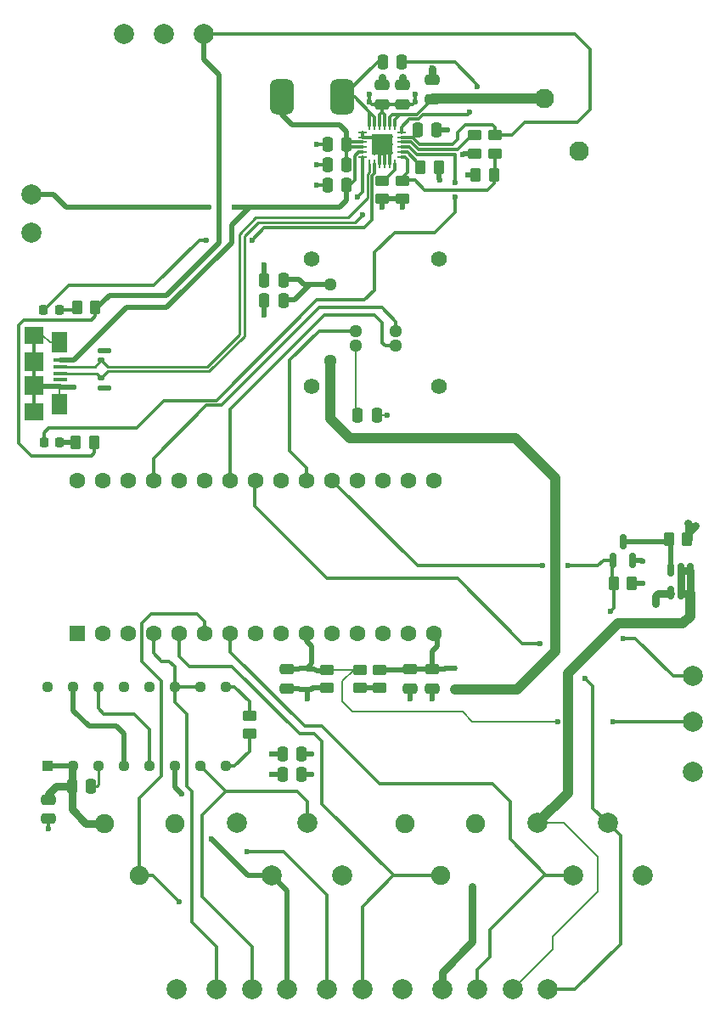
<source format=gbr>
%TF.GenerationSoftware,KiCad,Pcbnew,(6.0.5)*%
%TF.CreationDate,2023-05-26T17:46:03+02:00*%
%TF.ProjectId,EDUEXO-custom-PCB,45445545-584f-42d6-9375-73746f6d2d50,rev?*%
%TF.SameCoordinates,Original*%
%TF.FileFunction,Copper,L1,Top*%
%TF.FilePolarity,Positive*%
%FSLAX46Y46*%
G04 Gerber Fmt 4.6, Leading zero omitted, Abs format (unit mm)*
G04 Created by KiCad (PCBNEW (6.0.5)) date 2023-05-26 17:46:03*
%MOMM*%
%LPD*%
G01*
G04 APERTURE LIST*
G04 Aperture macros list*
%AMRoundRect*
0 Rectangle with rounded corners*
0 $1 Rounding radius*
0 $2 $3 $4 $5 $6 $7 $8 $9 X,Y pos of 4 corners*
0 Add a 4 corners polygon primitive as box body*
4,1,4,$2,$3,$4,$5,$6,$7,$8,$9,$2,$3,0*
0 Add four circle primitives for the rounded corners*
1,1,$1+$1,$2,$3*
1,1,$1+$1,$4,$5*
1,1,$1+$1,$6,$7*
1,1,$1+$1,$8,$9*
0 Add four rect primitives between the rounded corners*
20,1,$1+$1,$2,$3,$4,$5,0*
20,1,$1+$1,$4,$5,$6,$7,0*
20,1,$1+$1,$6,$7,$8,$9,0*
20,1,$1+$1,$8,$9,$2,$3,0*%
G04 Aperture macros list end*
%TA.AperFunction,ComponentPad*%
%ADD10R,1.130000X1.130000*%
%TD*%
%TA.AperFunction,ComponentPad*%
%ADD11C,1.130000*%
%TD*%
%TA.AperFunction,ComponentPad*%
%ADD12C,2.000000*%
%TD*%
%TA.AperFunction,SMDPad,CuDef*%
%ADD13RoundRect,0.250000X0.250000X0.475000X-0.250000X0.475000X-0.250000X-0.475000X0.250000X-0.475000X0*%
%TD*%
%TA.AperFunction,SMDPad,CuDef*%
%ADD14RoundRect,0.250000X-0.475000X0.250000X-0.475000X-0.250000X0.475000X-0.250000X0.475000X0.250000X0*%
%TD*%
%TA.AperFunction,SMDPad,CuDef*%
%ADD15RoundRect,0.250000X0.262500X0.450000X-0.262500X0.450000X-0.262500X-0.450000X0.262500X-0.450000X0*%
%TD*%
%TA.AperFunction,SMDPad,CuDef*%
%ADD16RoundRect,0.250000X0.475000X-0.250000X0.475000X0.250000X-0.475000X0.250000X-0.475000X-0.250000X0*%
%TD*%
%TA.AperFunction,SMDPad,CuDef*%
%ADD17RoundRect,0.250000X0.450000X-0.262500X0.450000X0.262500X-0.450000X0.262500X-0.450000X-0.262500X0*%
%TD*%
%TA.AperFunction,SMDPad,CuDef*%
%ADD18RoundRect,0.147500X-0.172500X0.147500X-0.172500X-0.147500X0.172500X-0.147500X0.172500X0.147500X0*%
%TD*%
%TA.AperFunction,SMDPad,CuDef*%
%ADD19R,0.450000X0.600000*%
%TD*%
%TA.AperFunction,SMDPad,CuDef*%
%ADD20RoundRect,0.250000X-0.250000X-0.475000X0.250000X-0.475000X0.250000X0.475000X-0.250000X0.475000X0*%
%TD*%
%TA.AperFunction,ComponentPad*%
%ADD21R,1.600000X1.600000*%
%TD*%
%TA.AperFunction,ComponentPad*%
%ADD22C,1.600000*%
%TD*%
%TA.AperFunction,ComponentPad*%
%ADD23C,1.900000*%
%TD*%
%TA.AperFunction,SMDPad,CuDef*%
%ADD24RoundRect,0.250000X-0.262500X-0.450000X0.262500X-0.450000X0.262500X0.450000X-0.262500X0.450000X0*%
%TD*%
%TA.AperFunction,SMDPad,CuDef*%
%ADD25RoundRect,0.062500X0.062500X-0.375000X0.062500X0.375000X-0.062500X0.375000X-0.062500X-0.375000X0*%
%TD*%
%TA.AperFunction,SMDPad,CuDef*%
%ADD26RoundRect,0.062500X0.375000X-0.062500X0.375000X0.062500X-0.375000X0.062500X-0.375000X-0.062500X0*%
%TD*%
%TA.AperFunction,ComponentPad*%
%ADD27C,0.500000*%
%TD*%
%TA.AperFunction,SMDPad,CuDef*%
%ADD28R,2.100000X2.100000*%
%TD*%
%TA.AperFunction,ComponentPad*%
%ADD29C,1.950000*%
%TD*%
%TA.AperFunction,SMDPad,CuDef*%
%ADD30RoundRect,0.250000X-0.450000X0.262500X-0.450000X-0.262500X0.450000X-0.262500X0.450000X0.262500X0*%
%TD*%
%TA.AperFunction,SMDPad,CuDef*%
%ADD31RoundRect,0.150000X-0.150000X0.512500X-0.150000X-0.512500X0.150000X-0.512500X0.150000X0.512500X0*%
%TD*%
%TA.AperFunction,SMDPad,CuDef*%
%ADD32RoundRect,0.218750X-0.218750X-0.256250X0.218750X-0.256250X0.218750X0.256250X-0.218750X0.256250X0*%
%TD*%
%TA.AperFunction,ComponentPad*%
%ADD33C,1.578074*%
%TD*%
%TA.AperFunction,ComponentPad*%
%ADD34C,1.280000*%
%TD*%
%TA.AperFunction,SMDPad,CuDef*%
%ADD35RoundRect,0.150000X0.150000X-0.587500X0.150000X0.587500X-0.150000X0.587500X-0.150000X-0.587500X0*%
%TD*%
%TA.AperFunction,SMDPad,CuDef*%
%ADD36RoundRect,0.147500X0.172500X-0.147500X0.172500X0.147500X-0.172500X0.147500X-0.172500X-0.147500X0*%
%TD*%
%TA.AperFunction,SMDPad,CuDef*%
%ADD37RoundRect,0.587500X-0.587500X-1.162500X0.587500X-1.162500X0.587500X1.162500X-0.587500X1.162500X0*%
%TD*%
%TA.AperFunction,SMDPad,CuDef*%
%ADD38R,1.350000X0.400000*%
%TD*%
%TA.AperFunction,SMDPad,CuDef*%
%ADD39R,1.600000X2.100000*%
%TD*%
%TA.AperFunction,SMDPad,CuDef*%
%ADD40R,1.900000X1.800000*%
%TD*%
%TA.AperFunction,SMDPad,CuDef*%
%ADD41R,1.900000X1.900000*%
%TD*%
%TA.AperFunction,ViaPad*%
%ADD42C,0.600000*%
%TD*%
%TA.AperFunction,Conductor*%
%ADD43C,0.500000*%
%TD*%
%TA.AperFunction,Conductor*%
%ADD44C,0.300000*%
%TD*%
%TA.AperFunction,Conductor*%
%ADD45C,0.250000*%
%TD*%
%TA.AperFunction,Conductor*%
%ADD46C,0.150000*%
%TD*%
%TA.AperFunction,Conductor*%
%ADD47C,0.750000*%
%TD*%
%TA.AperFunction,Conductor*%
%ADD48C,1.000000*%
%TD*%
%TA.AperFunction,Conductor*%
%ADD49C,0.261112*%
%TD*%
G04 APERTURE END LIST*
D10*
%TO.P,U1,1,V+*%
%TO.N,+3V3*%
X168610000Y-175470000D03*
D11*
%TO.P,U1,2,~{SLEEP}*%
X171150000Y-175470000D03*
%TO.P,U1,3,V-*%
%TO.N,Earth*%
X173690000Y-175470000D03*
%TO.P,U1,4,VREFOUT*%
%TO.N,+5V*%
X176230000Y-175470000D03*
%TO.P,U1,5,IAREF*%
%TO.N,Net-(U1-Pad14)*%
X178770000Y-175470000D03*
%TO.P,U1,6,V+IN*%
%TO.N,/SG0_SIGNAL0_V*%
X181310000Y-175470000D03*
%TO.P,U1,7,V-IN*%
%TO.N,/SG0_SIGNAL1_V*%
X183850000Y-175470000D03*
%TO.P,U1,8,RG*%
%TO.N,Net-(R1-Pad2)*%
X186390000Y-175470000D03*
%TO.P,U1,9,RG*%
%TO.N,Net-(R1-Pad1)*%
X186390000Y-167530000D03*
%TO.P,U1,10,VO*%
%TO.N,/INA125P AMPLIFIER/SG0_OUTPUT_V*%
X183850000Y-167530000D03*
%TO.P,U1,11,SENSE*%
X181310000Y-167530000D03*
%TO.P,U1,12,VREFCOM*%
%TO.N,Earth*%
X178770000Y-167530000D03*
%TO.P,U1,13,VREFBG*%
%TO.N,unconnected-(U1-Pad13)*%
X176230000Y-167530000D03*
%TO.P,U1,14,VREF2.5*%
%TO.N,Net-(U1-Pad14)*%
X173690000Y-167530000D03*
%TO.P,U1,15,VREF5*%
%TO.N,+5V*%
X171150000Y-167530000D03*
%TO.P,U1,16,VREF10*%
%TO.N,unconnected-(U1-Pad16)*%
X168610000Y-167530000D03*
%TD*%
D12*
%TO.P,GND3,1,1*%
%TO.N,Earth*%
X181500000Y-197750000D03*
%TD*%
D13*
%TO.P,C11,1*%
%TO.N,VDC*%
X192150000Y-129032000D03*
%TO.P,C11,2*%
%TO.N,Earth*%
X190250000Y-129032000D03*
%TD*%
D12*
%TO.P,POWER_SRV0,1,1*%
%TO.N,/SRV0_POWER*%
X215000000Y-197750000D03*
%TD*%
%TO.P,+5V0,1,1*%
%TO.N,+5V*%
X204000000Y-197750000D03*
%TD*%
%TO.P,VREGN0,1,1*%
%TO.N,VPP*%
X184250000Y-102500000D03*
%TD*%
D14*
%TO.P,C15,1*%
%TO.N,+3V3*%
X168750000Y-178800000D03*
%TO.P,C15,2*%
%TO.N,Earth*%
X168750000Y-180700000D03*
%TD*%
D12*
%TO.P,EMG0,1,1*%
%TO.N,/EMG0_V*%
X200000000Y-197750000D03*
%TD*%
%TO.P,J4,1,Pin_1*%
%TO.N,Earth*%
X228000000Y-186350000D03*
%TO.P,J4,2,Pin_2*%
%TO.N,/SRV0_ANGLE_V*%
X221000000Y-186350000D03*
%TO.P,J4,3,Pin_3*%
%TO.N,/SRV0_DRIVE_PWM*%
X224500000Y-181150000D03*
%TO.P,J4,4,Pin_4*%
%TO.N,/SRV0_POWER*%
X217500000Y-181150000D03*
%TD*%
D15*
%TO.P,R8,1*%
%TO.N,Earth*%
X207662500Y-115750000D03*
%TO.P,R8,2*%
%TO.N,Net-(R8-Pad2)*%
X205837500Y-115750000D03*
%TD*%
D16*
%TO.P,C7,1*%
%TO.N,VDC*%
X204000000Y-109450000D03*
%TO.P,C7,2*%
%TO.N,Earth*%
X204000000Y-107550000D03*
%TD*%
D17*
%TO.P,R2,1*%
%TO.N,Net-(R2-Pad1)*%
X199750000Y-167662500D03*
%TO.P,R2,2*%
%TO.N,/Nano 33 IOT /BAT_VALUE_V*%
X199750000Y-165837500D03*
%TD*%
D18*
%TO.P,D6,1,A1*%
%TO.N,Earth*%
X174000000Y-134015000D03*
%TO.P,D6,2,A2*%
%TO.N,/BQ25886 BATTERY MANAGMENT/D-*%
X174000000Y-134985000D03*
%TD*%
D19*
%TO.P,D4,1,K*%
%TO.N,/Nano 33 IOT /BAT_VALUE_V*%
X194500000Y-165700000D03*
%TO.P,D4,2,A*%
%TO.N,Earth*%
X194500000Y-167800000D03*
%TD*%
D20*
%TO.P,C4,1*%
%TO.N,Net-(C4-Pad1)*%
X202050000Y-105250000D03*
%TO.P,C4,2*%
%TO.N,Net-(C4-Pad2)*%
X203950000Y-105250000D03*
%TD*%
D12*
%TO.P,J3,1,Pin_1*%
%TO.N,+5V*%
X198000000Y-186350000D03*
%TO.P,J3,2,Pin_2*%
%TO.N,/SG0_SIGNAL0_V*%
X191000000Y-186350000D03*
%TO.P,J3,3,Pin_3*%
%TO.N,/SG0_SIGNAL1_V*%
X194500000Y-181150000D03*
%TO.P,J3,4,Pin_4*%
%TO.N,Earth*%
X187500000Y-181150000D03*
%TD*%
D21*
%TO.P,A1,1,D13*%
%TO.N,unconnected-(A1-Pad1)*%
X171604000Y-162230000D03*
D22*
%TO.P,A1,2,+3V3*%
%TO.N,+3V3*%
X174144000Y-162230000D03*
%TO.P,A1,3,AREF*%
%TO.N,unconnected-(A1-Pad3)*%
X176684000Y-162230000D03*
%TO.P,A1,4,A0/DAC0*%
%TO.N,/INA125P AMPLIFIER/SG0_OUTPUT_V*%
X179224000Y-162230000D03*
%TO.P,A1,5,A1*%
%TO.N,/EMG0_V*%
X181764000Y-162230000D03*
%TO.P,A1,6,A2*%
%TO.N,/EMG1_V*%
X184304000Y-162230000D03*
%TO.P,A1,7,A3*%
%TO.N,/SRV0_ANGLE_V*%
X186844000Y-162230000D03*
%TO.P,A1,8,A4/SDA*%
%TO.N,unconnected-(A1-Pad8)*%
X189384000Y-162230000D03*
%TO.P,A1,9,A5/SCL*%
%TO.N,unconnected-(A1-Pad9)*%
X191924000Y-162230000D03*
%TO.P,A1,10,A6*%
%TO.N,/Nano 33 IOT /BAT_VALUE_V*%
X194464000Y-162230000D03*
%TO.P,A1,11,A7*%
%TO.N,unconnected-(A1-Pad11)*%
X197004000Y-162230000D03*
%TO.P,A1,12,VUSB*%
%TO.N,unconnected-(A1-Pad12)*%
X199544000Y-162230000D03*
%TO.P,A1,13,RST*%
%TO.N,unconnected-(A1-Pad13)*%
X202084000Y-162230000D03*
%TO.P,A1,14,GND*%
%TO.N,Earth*%
X204624000Y-162230000D03*
%TO.P,A1,15,VIN*%
%TO.N,Net-(A1-Pad15)*%
X207164000Y-162230000D03*
%TO.P,A1,16,TX*%
%TO.N,unconnected-(A1-Pad16)*%
X207164000Y-146990000D03*
%TO.P,A1,17,RX*%
%TO.N,unconnected-(A1-Pad17)*%
X204624000Y-146990000D03*
%TO.P,A1,18,RST*%
%TO.N,unconnected-(A1-Pad18)*%
X202084000Y-146990000D03*
%TO.P,A1,19,GND*%
%TO.N,Earth*%
X199544000Y-146990000D03*
%TO.P,A1,20,D2*%
%TO.N,/Nano 33 IOT /SRV0_ARDu_CONTROL_V*%
X197004000Y-146990000D03*
%TO.P,A1,21,D3/PWM*%
%TO.N,/Nano 33 IOT /STATUS_LED_B*%
X194464000Y-146990000D03*
%TO.P,A1,22,D4*%
%TO.N,unconnected-(A1-Pad22)*%
X191924000Y-146990000D03*
%TO.P,A1,23,D5/PWM*%
%TO.N,/SRV0_DRIVE_PWM*%
X189384000Y-146990000D03*
%TO.P,A1,24,D6/PWM*%
%TO.N,/Nano 33 IOT /STATUS_LED_G*%
X186844000Y-146990000D03*
%TO.P,A1,25,D7*%
%TO.N,unconnected-(A1-Pad25)*%
X184304000Y-146990000D03*
%TO.P,A1,26,D8*%
%TO.N,unconnected-(A1-Pad26)*%
X181764000Y-146990000D03*
%TO.P,A1,27,D9/PWM*%
%TO.N,/Nano 33 IOT /STATUS_LED_R*%
X179224000Y-146990000D03*
%TO.P,A1,28,D10/PWM*%
%TO.N,unconnected-(A1-Pad28)*%
X176684000Y-146990000D03*
%TO.P,A1,29,D11/MOSI_*%
%TO.N,unconnected-(A1-Pad29)*%
X174144000Y-146990000D03*
%TO.P,A1,30,D12/MISO*%
%TO.N,unconnected-(A1-Pad30)*%
X171604000Y-146990000D03*
%TD*%
D23*
%TO.P,J1,1,Pin_1*%
%TO.N,+3V3*%
X204300000Y-181200000D03*
%TO.P,J1,2,Pin_2*%
%TO.N,/EMG0_V*%
X207800000Y-186400000D03*
%TO.P,J1,3,Pin_3*%
%TO.N,Earth*%
X211300000Y-181200000D03*
%TD*%
D17*
%TO.P,R9,1*%
%TO.N,Earth*%
X202000000Y-118912500D03*
%TO.P,R9,2*%
%TO.N,Net-(R9-Pad2)*%
X202000000Y-117087500D03*
%TD*%
D13*
%TO.P,C16,1*%
%TO.N,Net-(C16-Pad1)*%
X198450000Y-115500000D03*
%TO.P,C16,2*%
%TO.N,Earth*%
X196550000Y-115500000D03*
%TD*%
D16*
%TO.P,C6,1*%
%TO.N,/BAT0_INPUT*%
X207000000Y-108950000D03*
%TO.P,C6,2*%
%TO.N,Earth*%
X207000000Y-107050000D03*
%TD*%
D17*
%TO.P,R10,1*%
%TO.N,Earth*%
X211228000Y-114374500D03*
%TO.P,R10,2*%
%TO.N,Net-(R10-Pad2)*%
X211228000Y-112549500D03*
%TD*%
D24*
%TO.P,R14,1*%
%TO.N,Net-(D2-Pad2)*%
X171453500Y-143180000D03*
%TO.P,R14,2*%
%TO.N,VPP*%
X173278500Y-143180000D03*
%TD*%
D15*
%TO.P,R6,1*%
%TO.N,VDC*%
X232412500Y-152862500D03*
%TO.P,R6,2*%
%TO.N,Net-(Q1-Pad3)*%
X230587500Y-152862500D03*
%TD*%
D20*
%TO.P,C13,1*%
%TO.N,+5V*%
X192050000Y-174250000D03*
%TO.P,C13,2*%
%TO.N,Earth*%
X193950000Y-174250000D03*
%TD*%
D12*
%TO.P,DRIVE_PWM_SRV0,1,1*%
%TO.N,/SRV0_DRIVE_PWM*%
X218500000Y-197750000D03*
%TD*%
%TO.P,ARDu_CONTROL_SRV0,1,1*%
%TO.N,/Nano 33 IOT /SRV0_ARDu_CONTROL_V*%
X233000000Y-166500000D03*
%TD*%
%TO.P,SG0_SGN1,1,1*%
%TO.N,/SG0_SIGNAL1_V*%
X189000000Y-197750000D03*
%TD*%
D25*
%TO.P,U2,1,D-*%
%TO.N,/BQ25886 BATTERY MANAGMENT/D-*%
X200750000Y-115437500D03*
%TO.P,U2,2,STAT*%
%TO.N,Net-(D3-Pad1)*%
X201250000Y-115437500D03*
%TO.P,U2,3,CE*%
%TO.N,Earth*%
X201750000Y-115437500D03*
%TO.P,U2,4,GND*%
X202250000Y-115437500D03*
%TO.P,U2,5,OTG*%
X202750000Y-115437500D03*
%TO.P,U2,6,VSET*%
%TO.N,Net-(R9-Pad2)*%
X203250000Y-115437500D03*
D26*
%TO.P,U2,7,TS*%
%TO.N,Net-(R11-Pad2)*%
X203937500Y-114750000D03*
%TO.P,U2,8,ILIM*%
%TO.N,Net-(R8-Pad2)*%
X203937500Y-114250000D03*
%TO.P,U2,9,PG*%
%TO.N,Net-(D2-Pad1)*%
X203937500Y-113750000D03*
%TO.P,U2,10,ICHGSET*%
%TO.N,Net-(R10-Pad2)*%
X203937500Y-113250000D03*
%TO.P,U2,11,REGN*%
%TO.N,VPP*%
X203937500Y-112750000D03*
%TO.P,U2,12,BTST*%
%TO.N,Net-(C4-Pad2)*%
X203937500Y-112250000D03*
D25*
%TO.P,U2,13,BAT*%
%TO.N,/BAT0_INPUT*%
X203250000Y-111562500D03*
%TO.P,U2,14,BAT*%
X202750000Y-111562500D03*
%TO.P,U2,15,SYS*%
%TO.N,VDC*%
X202250000Y-111562500D03*
%TO.P,U2,16,SYS*%
X201750000Y-111562500D03*
%TO.P,U2,17,SW*%
%TO.N,Net-(C4-Pad1)*%
X201250000Y-111562500D03*
%TO.P,U2,18,SW*%
X200750000Y-111562500D03*
D26*
%TO.P,U2,19,GND*%
%TO.N,Earth*%
X200062500Y-112250000D03*
%TO.P,U2,20,GND*%
X200062500Y-112750000D03*
%TO.P,U2,21,PMID*%
%TO.N,Net-(C16-Pad1)*%
X200062500Y-113250000D03*
%TO.P,U2,22,PMID*%
X200062500Y-113750000D03*
%TO.P,U2,23,VBUS*%
%TO.N,VBUS*%
X200062500Y-114250000D03*
%TO.P,U2,24,D+*%
%TO.N,/BQ25886 BATTERY MANAGMENT/D+*%
X200062500Y-114750000D03*
D27*
%TO.P,U2,25,PAD*%
%TO.N,Earth*%
X202800000Y-112700000D03*
X202800000Y-114300000D03*
X202000000Y-112700000D03*
X202000000Y-113500000D03*
D28*
X202000000Y-113500000D03*
D27*
X202800000Y-113500000D03*
X201200000Y-112700000D03*
X201200000Y-113500000D03*
X202000000Y-114300000D03*
X201200000Y-114300000D03*
%TD*%
D12*
%TO.P,BAT_VALUE_0,1,1*%
%TO.N,/Nano 33 IOT /BAT_VALUE_V*%
X233000000Y-171000000D03*
%TD*%
D20*
%TO.P,C5,1*%
%TO.N,VPP*%
X205550000Y-112000000D03*
%TO.P,C5,2*%
%TO.N,Earth*%
X207450000Y-112000000D03*
%TD*%
D29*
%TO.P,J6,1,Pin_1*%
%TO.N,/BAT0_INPUT*%
X218124000Y-108920000D03*
%TO.P,J6,2,Pin_2*%
%TO.N,Earth*%
X221624000Y-114120000D03*
%TD*%
D12*
%TO.P,EMG1,1,1*%
%TO.N,/EMG1_V*%
X196500000Y-197750000D03*
%TD*%
D20*
%TO.P,C12,1*%
%TO.N,+5V*%
X192050000Y-176282000D03*
%TO.P,C12,2*%
%TO.N,Earth*%
X193950000Y-176282000D03*
%TD*%
D12*
%TO.P,VBUS0,1,1*%
%TO.N,VBUS*%
X167000000Y-118500000D03*
%TD*%
D14*
%TO.P,C2,1*%
%TO.N,/Nano 33 IOT /BAT_VALUE_V*%
X192500000Y-165800000D03*
%TO.P,C2,2*%
%TO.N,Earth*%
X192500000Y-167700000D03*
%TD*%
D12*
%TO.P,GND4,1,1*%
%TO.N,Earth*%
X167000000Y-122250000D03*
%TD*%
%TO.P,SG0_SGN0,1,1*%
%TO.N,/SG0_SIGNAL0_V*%
X192500000Y-197750000D03*
%TD*%
D13*
%TO.P,C1,1*%
%TO.N,VBUS*%
X198450000Y-117500000D03*
%TO.P,C1,2*%
%TO.N,Earth*%
X196550000Y-117500000D03*
%TD*%
D30*
%TO.P,R3,1*%
%TO.N,/Nano 33 IOT /BAT_VALUE_V*%
X196500000Y-165837500D03*
%TO.P,R3,2*%
%TO.N,Earth*%
X196500000Y-167662500D03*
%TD*%
D23*
%TO.P,J2,1,Pin_1*%
%TO.N,+3V3*%
X174300000Y-181200000D03*
%TO.P,J2,2,Pin_2*%
%TO.N,/EMG1_V*%
X177800000Y-186400000D03*
%TO.P,J2,3,Pin_3*%
%TO.N,Earth*%
X181300000Y-181200000D03*
%TD*%
D12*
%TO.P,GND1,1,1*%
%TO.N,Earth*%
X233000000Y-176000000D03*
%TD*%
D31*
%TO.P,Q2,1,D*%
%TO.N,/SRV0_POWER*%
X232700000Y-155862500D03*
%TO.P,Q2,2,D*%
X231750000Y-155862500D03*
%TO.P,Q2,3,G*%
%TO.N,Net-(Q1-Pad3)*%
X230800000Y-155862500D03*
%TO.P,Q2,4,S*%
%TO.N,VDC*%
X230800000Y-158137500D03*
%TO.P,Q2,5,D*%
%TO.N,/SRV0_POWER*%
X231750000Y-158137500D03*
%TO.P,Q2,6,D*%
X232700000Y-158137500D03*
%TD*%
D13*
%TO.P,C10,1*%
%TO.N,VDC*%
X192150000Y-127000000D03*
%TO.P,C10,2*%
%TO.N,Earth*%
X190250000Y-127000000D03*
%TD*%
D12*
%TO.P,VDC0,1,1*%
%TO.N,VDC*%
X180250000Y-102500000D03*
%TD*%
D32*
%TO.P,D3,1,K*%
%TO.N,Net-(D3-Pad1)*%
X168212500Y-130000000D03*
%TO.P,D3,2,A*%
%TO.N,Net-(D3-Pad2)*%
X169787500Y-130000000D03*
%TD*%
D33*
%TO.P,U3,*%
%TO.N,*%
X207700000Y-124904700D03*
X195000000Y-124904700D03*
X207700000Y-137604700D03*
X195000000Y-137604700D03*
D34*
%TO.P,U3,1,1*%
%TO.N,VDC*%
X196850000Y-127444700D03*
%TO.P,U3,2,2*%
%TO.N,Net-(D1-Pad2)*%
X196850000Y-135064700D03*
%TO.P,U3,3,R1*%
%TO.N,/Nano 33 IOT /STATUS_LED_R*%
X203350000Y-132054700D03*
%TO.P,U3,4,G1*%
%TO.N,/Nano 33 IOT /STATUS_LED_G*%
X203350000Y-133554700D03*
%TO.P,U3,5,B1*%
%TO.N,/Nano 33 IOT /STATUS_LED_B*%
X199350000Y-132054700D03*
%TO.P,U3,6,C1*%
%TO.N,+3V3*%
X199350000Y-133554700D03*
%TD*%
D24*
%TO.P,R7,1*%
%TO.N,/Nano 33 IOT /SRV0_ARDu_CONTROL_V*%
X225087500Y-157250000D03*
%TO.P,R7,2*%
%TO.N,Earth*%
X226912500Y-157250000D03*
%TD*%
D30*
%TO.P,R1,1*%
%TO.N,Net-(R1-Pad1)*%
X188750000Y-170425000D03*
%TO.P,R1,2*%
%TO.N,Net-(R1-Pad2)*%
X188750000Y-172250000D03*
%TD*%
D35*
%TO.P,Q1,1,G*%
%TO.N,/Nano 33 IOT /SRV0_ARDu_CONTROL_V*%
X225050000Y-154937500D03*
%TO.P,Q1,2,S*%
%TO.N,Earth*%
X226950000Y-154937500D03*
%TO.P,Q1,3,D*%
%TO.N,Net-(Q1-Pad3)*%
X226000000Y-153062500D03*
%TD*%
D14*
%TO.P,C18,1*%
%TO.N,Net-(A1-Pad15)*%
X207000000Y-165800000D03*
%TO.P,C18,2*%
%TO.N,Earth*%
X207000000Y-167700000D03*
%TD*%
D15*
%TO.P,TH1,1*%
%TO.N,Net-(R11-Pad2)*%
X213162500Y-116500000D03*
%TO.P,TH1,2*%
%TO.N,Earth*%
X211337500Y-116500000D03*
%TD*%
D20*
%TO.P,C9,1*%
%TO.N,+3V3*%
X199550000Y-140500000D03*
%TO.P,C9,2*%
%TO.N,Earth*%
X201450000Y-140500000D03*
%TD*%
D16*
%TO.P,C8,1*%
%TO.N,VDC*%
X202000000Y-109450000D03*
%TO.P,C8,2*%
%TO.N,Earth*%
X202000000Y-107550000D03*
%TD*%
D20*
%TO.P,C14,1*%
%TO.N,+3V3*%
X171050000Y-177500000D03*
%TO.P,C14,2*%
%TO.N,Earth*%
X172950000Y-177500000D03*
%TD*%
D36*
%TO.P,D5,1,A1*%
%TO.N,Earth*%
X174000000Y-137735000D03*
%TO.P,D5,2,A2*%
%TO.N,/BQ25886 BATTERY MANAGMENT/D+*%
X174000000Y-136765000D03*
%TD*%
D37*
%TO.P,L1,1,1*%
%TO.N,Net-(C4-Pad1)*%
X198025000Y-108750000D03*
%TO.P,L1,2,2*%
%TO.N,Net-(C16-Pad1)*%
X191975000Y-108750000D03*
%TD*%
D32*
%TO.P,D2,1,K*%
%TO.N,Net-(D2-Pad1)*%
X168276500Y-143180000D03*
%TO.P,D2,2,A*%
%TO.N,Net-(D2-Pad2)*%
X169851500Y-143180000D03*
%TD*%
D19*
%TO.P,D1,1,K*%
%TO.N,Net-(A1-Pad15)*%
X209250000Y-165700000D03*
%TO.P,D1,2,A*%
%TO.N,Net-(D1-Pad2)*%
X209250000Y-167800000D03*
%TD*%
D12*
%TO.P,OUTPUT_SG0,1,1*%
%TO.N,/INA125P AMPLIFIER/SG0_OUTPUT_V*%
X185500000Y-197750000D03*
%TD*%
%TO.P,+3V3,1,1*%
%TO.N,+3V3*%
X208000000Y-197750000D03*
%TD*%
%TO.P,GND2,1,1*%
%TO.N,Earth*%
X176250000Y-102500000D03*
%TD*%
D13*
%TO.P,C3,1*%
%TO.N,Net-(C16-Pad1)*%
X198450000Y-113500000D03*
%TO.P,C3,2*%
%TO.N,Earth*%
X196550000Y-113500000D03*
%TD*%
D14*
%TO.P,C17,1*%
%TO.N,Net-(A1-Pad15)*%
X204750000Y-165800000D03*
%TO.P,C17,2*%
%TO.N,Earth*%
X204750000Y-167700000D03*
%TD*%
D30*
%TO.P,R4,1*%
%TO.N,Net-(A1-Pad15)*%
X201750000Y-165837500D03*
%TO.P,R4,2*%
%TO.N,Net-(R2-Pad1)*%
X201750000Y-167662500D03*
%TD*%
%TO.P,R11,1*%
%TO.N,VPP*%
X213260000Y-112549500D03*
%TO.P,R11,2*%
%TO.N,Net-(R11-Pad2)*%
X213260000Y-114374500D03*
%TD*%
D38*
%TO.P,J5,1,VBUS*%
%TO.N,VBUS*%
X169925000Y-135000000D03*
%TO.P,J5,2,D-*%
%TO.N,/BQ25886 BATTERY MANAGMENT/D-*%
X169925000Y-135650000D03*
%TO.P,J5,3,D+*%
%TO.N,/BQ25886 BATTERY MANAGMENT/D+*%
X169925000Y-136300000D03*
%TO.P,J5,4,ID*%
%TO.N,unconnected-(J5-Pad4)*%
X169925000Y-136950000D03*
%TO.P,J5,5,GND*%
%TO.N,Earth*%
X169925000Y-137600000D03*
D39*
%TO.P,J5,S1,Shield*%
X169800000Y-133200000D03*
%TO.P,J5,S2,Shield*%
X169800000Y-139400000D03*
D40*
%TO.P,J5,S3,Shield*%
X167250000Y-132500000D03*
D41*
%TO.P,J5,S4,Shield*%
X167250000Y-135100000D03*
%TO.P,J5,S5,Shield*%
X167250000Y-137500000D03*
D40*
%TO.P,J5,S6,Shield*%
X167250000Y-140100000D03*
%TD*%
D24*
%TO.P,R13,1*%
%TO.N,Net-(D3-Pad2)*%
X171587500Y-129750000D03*
%TO.P,R13,2*%
%TO.N,VPP*%
X173412500Y-129750000D03*
%TD*%
D30*
%TO.P,R12,1*%
%TO.N,Net-(R11-Pad2)*%
X204000000Y-117087500D03*
%TO.P,R12,2*%
%TO.N,Earth*%
X204000000Y-118912500D03*
%TD*%
D12*
%TO.P,ANGLE_SRV0,1,1*%
%TO.N,/SRV0_ANGLE_V*%
X211500000Y-197750000D03*
%TD*%
D42*
%TO.N,Earth*%
X195500000Y-117500000D03*
X195500000Y-115500000D03*
X210500000Y-116500000D03*
X204000000Y-119750000D03*
X204750000Y-168750000D03*
X204000000Y-106750000D03*
X207750000Y-117000000D03*
X207000000Y-168750000D03*
X174750000Y-137750000D03*
X208500000Y-112000000D03*
X202000000Y-106750000D03*
X228000000Y-157250000D03*
X174750000Y-134015000D03*
X195000000Y-176250000D03*
X210000000Y-114500000D03*
X207000000Y-105849500D03*
X168750000Y-181750000D03*
X195000000Y-174250000D03*
X190250000Y-125500000D03*
X202000000Y-119750000D03*
X171250000Y-137652250D03*
X202500000Y-140500000D03*
X194500000Y-168750000D03*
X228000000Y-155000000D03*
X195500000Y-113500000D03*
X190250000Y-130500000D03*
%TO.N,+5V*%
X191000000Y-176250000D03*
X191000000Y-174250000D03*
%TO.N,+3V3*%
X211000000Y-187500000D03*
%TO.N,/EMG1_V*%
X188500000Y-184000000D03*
X181750000Y-189000000D03*
%TO.N,VDC*%
X232500000Y-151250000D03*
X205250000Y-109250000D03*
X200750000Y-108500000D03*
X205250000Y-108500000D03*
X229250000Y-159250000D03*
X233250000Y-151500000D03*
X229250000Y-158500000D03*
X200750000Y-109250000D03*
%TO.N,VBUS*%
X184750000Y-119750000D03*
X187250000Y-119750000D03*
%TO.N,/Nano 33 IOT /BAT_VALUE_V*%
X225000000Y-171000000D03*
X219500000Y-171000000D03*
%TO.N,/Nano 33 IOT /SRV0_ARDu_CONTROL_V*%
X220500000Y-155500000D03*
X226000000Y-162750000D03*
X224750000Y-160000000D03*
X218000000Y-155500000D03*
%TO.N,/SRV0_DRIVE_PWM*%
X222250000Y-166750000D03*
X217750000Y-163250000D03*
%TO.N,/SG0_SIGNAL0_V*%
X182000000Y-178250000D03*
X185000000Y-182750000D03*
%TO.N,/BQ25886 BATTERY MANAGMENT/D+*%
X199500000Y-118750000D03*
X200000000Y-120500000D03*
%TO.N,Net-(D2-Pad1)*%
X209250000Y-117250000D03*
X209250000Y-118750000D03*
%TO.N,Net-(C4-Pad2)*%
X210750000Y-110250000D03*
X211500000Y-107750000D03*
%TO.N,Net-(D3-Pad1)*%
X184500000Y-123000000D03*
X189000000Y-123000000D03*
%TD*%
D43*
%TO.N,Earth*%
X194968000Y-176282000D02*
X195000000Y-176250000D01*
X194500000Y-167800000D02*
X193800000Y-167800000D01*
X227937500Y-154937500D02*
X228000000Y-155000000D01*
X193700000Y-167700000D02*
X192500000Y-167700000D01*
D44*
X167250000Y-137500000D02*
X167250000Y-135100000D01*
D45*
X173500000Y-177500000D02*
X172950000Y-177500000D01*
X173690000Y-177310000D02*
X173500000Y-177500000D01*
D44*
X196550000Y-115500000D02*
X195500000Y-115500000D01*
D43*
X193950000Y-174250000D02*
X195000000Y-174250000D01*
D46*
X168152750Y-132500000D02*
X167250000Y-132500000D01*
D43*
X195087500Y-167662500D02*
X194950000Y-167800000D01*
X226912500Y-157250000D02*
X228000000Y-157250000D01*
X174735000Y-137735000D02*
X174750000Y-137750000D01*
D44*
X200062500Y-112250000D02*
X200062500Y-112750000D01*
X196550000Y-113500000D02*
X195500000Y-113500000D01*
D43*
X204000000Y-119750000D02*
X204000000Y-118912500D01*
D47*
X207000000Y-107050000D02*
X207000000Y-105924520D01*
D44*
X200062500Y-112750000D02*
X201150000Y-112750000D01*
D46*
X169800000Y-137725000D02*
X169925000Y-137600000D01*
D47*
X202000000Y-107550000D02*
X202000000Y-106750000D01*
D44*
X167250000Y-135100000D02*
X167250000Y-132500000D01*
D43*
X174000000Y-137735000D02*
X174735000Y-137735000D01*
X204000000Y-118912500D02*
X202000000Y-118912500D01*
X207000000Y-167700000D02*
X207000000Y-168750000D01*
D46*
X169800000Y-133200000D02*
X168852750Y-133200000D01*
D43*
X193950000Y-176282000D02*
X194968000Y-176282000D01*
D47*
X204000000Y-107550000D02*
X204000000Y-106750000D01*
D43*
X211228000Y-114374500D02*
X210125500Y-114374500D01*
X171250000Y-137652250D02*
X169977250Y-137652250D01*
D46*
X201450000Y-140500000D02*
X202500000Y-140500000D01*
D44*
X202750000Y-114350000D02*
X202800000Y-114300000D01*
D43*
X210125500Y-114374500D02*
X210000000Y-114500000D01*
X211337500Y-116500000D02*
X210500000Y-116500000D01*
D44*
X201750000Y-115437500D02*
X201750000Y-114550000D01*
D43*
X207450000Y-112000000D02*
X208500000Y-112000000D01*
D44*
X196550000Y-117500000D02*
X195500000Y-117500000D01*
X202750000Y-115437500D02*
X202750000Y-114350000D01*
D43*
X169977250Y-137652250D02*
X169925000Y-137600000D01*
X226862500Y-154937500D02*
X227937500Y-154937500D01*
X196500000Y-167662500D02*
X195087500Y-167662500D01*
D44*
X202000000Y-114300000D02*
X202250000Y-114550000D01*
D43*
X194950000Y-167800000D02*
X194500000Y-167800000D01*
D44*
X201150000Y-112750000D02*
X201200000Y-112700000D01*
D43*
X207750000Y-117000000D02*
X207662500Y-116912500D01*
X167350000Y-137600000D02*
X167250000Y-137500000D01*
X190250000Y-127000000D02*
X190250000Y-125500000D01*
X207662500Y-116912500D02*
X207662500Y-115750000D01*
D44*
X201750000Y-114550000D02*
X202000000Y-114300000D01*
X168750000Y-180700000D02*
X168750000Y-181750000D01*
D43*
X169925000Y-137600000D02*
X167350000Y-137600000D01*
X174750000Y-134015000D02*
X174000000Y-134015000D01*
D46*
X168852750Y-133200000D02*
X168152750Y-132500000D01*
D43*
X193800000Y-167800000D02*
X193700000Y-167700000D01*
D46*
X169800000Y-139400000D02*
X169800000Y-137725000D01*
D43*
X194500000Y-167800000D02*
X194500000Y-168750000D01*
D44*
X167250000Y-140100000D02*
X167250000Y-137500000D01*
X202250000Y-114550000D02*
X202250000Y-115437500D01*
D43*
X202000000Y-118912500D02*
X202000000Y-119750000D01*
D45*
X173690000Y-175470000D02*
X173690000Y-177310000D01*
D43*
X190250000Y-129032000D02*
X190250000Y-130500000D01*
X204750000Y-167700000D02*
X204750000Y-168750000D01*
%TO.N,+5V*%
X172750000Y-171500000D02*
X175500000Y-171500000D01*
X175500000Y-171500000D02*
X176230000Y-172230000D01*
X171150000Y-169900000D02*
X172750000Y-171500000D01*
X192050000Y-174250000D02*
X191000000Y-174250000D01*
X191032000Y-176282000D02*
X191000000Y-176250000D01*
X192050000Y-176282000D02*
X191032000Y-176282000D01*
X171150000Y-167530000D02*
X171150000Y-169900000D01*
X176230000Y-172230000D02*
X176230000Y-175470000D01*
D47*
%TO.N,+3V3*%
X169500000Y-177500000D02*
X168750000Y-178250000D01*
D43*
X171150000Y-175470000D02*
X168610000Y-175470000D01*
D46*
X199550000Y-140500000D02*
X199350000Y-140300000D01*
D47*
X171050000Y-177500000D02*
X169500000Y-177500000D01*
D46*
X199350000Y-140300000D02*
X199350000Y-133554700D01*
D47*
X211000000Y-193000000D02*
X211000000Y-187500000D01*
X208000000Y-196000000D02*
X211000000Y-193000000D01*
X174300000Y-181200000D02*
X172450000Y-181200000D01*
X171050000Y-175570000D02*
X171150000Y-175470000D01*
X168750000Y-178250000D02*
X168750000Y-178800000D01*
X208000000Y-197750000D02*
X208000000Y-196000000D01*
X171050000Y-177500000D02*
X171050000Y-175570000D01*
X171050000Y-179800000D02*
X172450000Y-181200000D01*
X171050000Y-177500000D02*
X171050000Y-179800000D01*
D44*
%TO.N,/EMG0_V*%
X182750000Y-165500000D02*
X181764000Y-164514000D01*
X203150000Y-186400000D02*
X196000000Y-179250000D01*
X203100000Y-186400000D02*
X200000000Y-189500000D01*
X187000000Y-165500000D02*
X182750000Y-165500000D01*
X196000000Y-179250000D02*
X196000000Y-173000000D01*
X207800000Y-186400000D02*
X203150000Y-186400000D01*
X195250000Y-172250000D02*
X193750000Y-172250000D01*
X193750000Y-172250000D02*
X187000000Y-165500000D01*
X196000000Y-173000000D02*
X195250000Y-172250000D01*
X207800000Y-186400000D02*
X203100000Y-186400000D01*
X181764000Y-164514000D02*
X181764000Y-162230000D01*
X200000000Y-189500000D02*
X200000000Y-197750000D01*
%TO.N,/EMG1_V*%
X180000000Y-167000000D02*
X178000000Y-165000000D01*
X181750000Y-189000000D02*
X179150000Y-186400000D01*
X196500000Y-197750000D02*
X196500000Y-188312213D01*
X180000000Y-176500000D02*
X180000000Y-167000000D01*
X177800000Y-186400000D02*
X177800000Y-178700000D01*
X179150000Y-186400000D02*
X177800000Y-186400000D01*
X192187787Y-184000000D02*
X188500000Y-184000000D01*
X183500000Y-160250000D02*
X184304000Y-161054000D01*
X178000000Y-165000000D02*
X178000000Y-161250000D01*
X177800000Y-178700000D02*
X180000000Y-176500000D01*
X196500000Y-188312213D02*
X192187787Y-184000000D01*
X184304000Y-161054000D02*
X184304000Y-162230000D01*
X178000000Y-161250000D02*
X179000000Y-160250000D01*
X179000000Y-160250000D02*
X183500000Y-160250000D01*
%TO.N,Net-(U1-Pad14)*%
X174250000Y-170250000D02*
X177250000Y-170250000D01*
X173690000Y-169690000D02*
X174250000Y-170250000D01*
X177250000Y-170250000D02*
X178770000Y-171770000D01*
X178770000Y-171770000D02*
X178770000Y-175470000D01*
X173690000Y-167530000D02*
X173690000Y-169690000D01*
%TO.N,Net-(R1-Pad2)*%
X186390000Y-175470000D02*
X187280000Y-175470000D01*
X188750000Y-174000000D02*
X188750000Y-172250000D01*
X187280000Y-175470000D02*
X188750000Y-174000000D01*
%TO.N,Net-(R1-Pad1)*%
X186390000Y-167530000D02*
X187280000Y-167530000D01*
X187280000Y-167530000D02*
X188750000Y-169000000D01*
X188750000Y-169000000D02*
X188750000Y-170425000D01*
%TO.N,/INA125P AMPLIFIER/SG0_OUTPUT_V*%
X185500000Y-193500000D02*
X185500000Y-197750000D01*
X181310000Y-167530000D02*
X181310000Y-169060000D01*
X181310000Y-169060000D02*
X182500000Y-170250000D01*
X181310000Y-165560000D02*
X181310000Y-167530000D01*
X181310000Y-167530000D02*
X183850000Y-167530000D01*
X182500000Y-177500000D02*
X182500000Y-170250000D01*
X182985489Y-190985489D02*
X185500000Y-193500000D01*
X182985489Y-177985489D02*
X182985489Y-190985489D01*
X179224000Y-162230000D02*
X179224000Y-164224000D01*
X182500000Y-177500000D02*
X182985489Y-177985489D01*
X180750000Y-165000000D02*
X181310000Y-165560000D01*
X179224000Y-164224000D02*
X180000000Y-165000000D01*
X180000000Y-165000000D02*
X180750000Y-165000000D01*
%TO.N,VDC*%
X200750000Y-109250000D02*
X200750000Y-108500000D01*
D43*
X193294000Y-128956000D02*
X194818000Y-127432000D01*
D47*
X229250000Y-158500000D02*
X229250000Y-159250000D01*
D44*
X204000000Y-109450000D02*
X205050000Y-109450000D01*
X202000000Y-110250000D02*
X202250000Y-110500000D01*
D43*
X193674000Y-126924000D02*
X194182000Y-127432000D01*
D47*
X232500000Y-151250000D02*
X232575000Y-151325000D01*
X229500000Y-158250000D02*
X229250000Y-158500000D01*
D44*
X202000000Y-110250000D02*
X201750000Y-110500000D01*
X205050000Y-109450000D02*
X205250000Y-109250000D01*
D43*
X194818000Y-127432000D02*
X196068000Y-127432000D01*
D44*
X202000000Y-109450000D02*
X202000000Y-110250000D01*
D47*
X232575000Y-152862500D02*
X232575000Y-152175000D01*
X230800000Y-158250000D02*
X229500000Y-158250000D01*
D44*
X202250000Y-110500000D02*
X202250000Y-111562500D01*
D43*
X192112000Y-128956000D02*
X193294000Y-128956000D01*
D44*
X200950000Y-109450000D02*
X202000000Y-109450000D01*
X200750000Y-109250000D02*
X200950000Y-109450000D01*
D43*
X192112000Y-126924000D02*
X193674000Y-126924000D01*
D44*
X201750000Y-110500000D02*
X201750000Y-111562500D01*
D47*
X232575000Y-151325000D02*
X232575000Y-152862500D01*
D43*
X196068000Y-127432000D02*
X196850000Y-127432000D01*
D47*
X232575000Y-152175000D02*
X233250000Y-151500000D01*
D43*
X194182000Y-127432000D02*
X196068000Y-127432000D01*
D44*
X202000000Y-109450000D02*
X204000000Y-109450000D01*
X205250000Y-109250000D02*
X205250000Y-108500000D01*
D43*
%TO.N,VBUS*%
X187000000Y-121500000D02*
X188750000Y-119750000D01*
X169925000Y-135000000D02*
X171250000Y-135000000D01*
D44*
X200062500Y-114250000D02*
X199613027Y-114250000D01*
D43*
X176500000Y-129750000D02*
X180500000Y-129750000D01*
X188750000Y-119750000D02*
X197750000Y-119750000D01*
X171250000Y-135000000D02*
X176500000Y-129750000D01*
D44*
X199250000Y-114613027D02*
X199250000Y-117000000D01*
D43*
X198450000Y-119050000D02*
X198450000Y-117500000D01*
D44*
X199613027Y-114250000D02*
X199250000Y-114613027D01*
X198750000Y-117500000D02*
X198450000Y-117500000D01*
D43*
X188750000Y-119750000D02*
X187250000Y-119750000D01*
X187000000Y-123250000D02*
X187000000Y-121500000D01*
X169250000Y-118500000D02*
X167000000Y-118500000D01*
D44*
X199250000Y-117000000D02*
X198750000Y-117500000D01*
D43*
X170500000Y-119750000D02*
X169250000Y-118500000D01*
X180500000Y-129750000D02*
X187000000Y-123250000D01*
X197750000Y-119750000D02*
X198450000Y-119050000D01*
X184750000Y-119750000D02*
X170500000Y-119750000D01*
D44*
%TO.N,/SRV0_ANGLE_V*%
X194250000Y-171500000D02*
X196000000Y-171500000D01*
X212750000Y-191750000D02*
X212750000Y-194500000D01*
X214750000Y-182750000D02*
X218350000Y-186350000D01*
X213000000Y-177250000D02*
X214750000Y-179000000D01*
X214750000Y-179000000D02*
X214750000Y-182750000D01*
X211500000Y-195750000D02*
X211500000Y-197750000D01*
X196000000Y-171500000D02*
X201750000Y-177250000D01*
X212750000Y-194500000D02*
X211500000Y-195750000D01*
X221000000Y-186350000D02*
X218350000Y-186350000D01*
X218350000Y-186350000D02*
X218150000Y-186350000D01*
X218150000Y-186350000D02*
X212750000Y-191750000D01*
X201750000Y-177250000D02*
X213000000Y-177250000D01*
X186844000Y-162230000D02*
X186844000Y-164094000D01*
X186844000Y-164094000D02*
X194250000Y-171500000D01*
D46*
%TO.N,/Nano 33 IOT /BAT_VALUE_V*%
X198000000Y-167000000D02*
X198000000Y-169000000D01*
D43*
X194550000Y-165750000D02*
X195250000Y-165750000D01*
X195500000Y-166000000D02*
X196337500Y-166000000D01*
D46*
X199000000Y-170000000D02*
X210000000Y-170000000D01*
D44*
X225000000Y-171000000D02*
X233000000Y-171000000D01*
D43*
X193700000Y-165800000D02*
X192500000Y-165800000D01*
D46*
X199162500Y-165837500D02*
X198000000Y-167000000D01*
X199750000Y-165837500D02*
X199162500Y-165837500D01*
D43*
X195000000Y-163500000D02*
X195000000Y-165200000D01*
D46*
X198000000Y-169000000D02*
X199000000Y-170000000D01*
D43*
X194464000Y-162964000D02*
X195000000Y-163500000D01*
X196337500Y-166000000D02*
X196500000Y-165837500D01*
D46*
X211000000Y-171000000D02*
X219500000Y-171000000D01*
D43*
X194500000Y-165700000D02*
X193800000Y-165700000D01*
X194500000Y-165700000D02*
X194550000Y-165750000D01*
X194464000Y-162230000D02*
X194464000Y-162964000D01*
X195000000Y-165200000D02*
X194500000Y-165700000D01*
X195250000Y-165750000D02*
X195500000Y-166000000D01*
D46*
X199750000Y-165837500D02*
X196500000Y-165837500D01*
X210000000Y-170000000D02*
X211000000Y-171000000D01*
D43*
X193800000Y-165700000D02*
X193700000Y-165800000D01*
%TO.N,Net-(A1-Pad15)*%
X207000000Y-165800000D02*
X208200000Y-165800000D01*
X201750000Y-165837500D02*
X204712500Y-165837500D01*
X207000000Y-164000000D02*
X207500000Y-163500000D01*
X208300000Y-165700000D02*
X209250000Y-165700000D01*
X207500000Y-163500000D02*
X207500000Y-162566000D01*
X207500000Y-162566000D02*
X207164000Y-162230000D01*
X207000000Y-165800000D02*
X204750000Y-165800000D01*
X208200000Y-165800000D02*
X208300000Y-165700000D01*
X204712500Y-165837500D02*
X204750000Y-165800000D01*
X207000000Y-165800000D02*
X207000000Y-164000000D01*
D44*
%TO.N,/Nano 33 IOT /SRV0_ARDu_CONTROL_V*%
X205514000Y-155500000D02*
X197004000Y-146990000D01*
X223500000Y-155500000D02*
X224062500Y-154937500D01*
X225087500Y-159662500D02*
X225087500Y-157250000D01*
X226000000Y-162750000D02*
X227250000Y-162750000D01*
X220500000Y-155500000D02*
X223500000Y-155500000D01*
X224062500Y-154937500D02*
X224962500Y-154937500D01*
X231000000Y-166500000D02*
X233000000Y-166500000D01*
X224962500Y-157125000D02*
X225087500Y-157250000D01*
X218000000Y-155500000D02*
X205514000Y-155500000D01*
X227250000Y-162750000D02*
X231000000Y-166500000D01*
X224962500Y-154937500D02*
X224962500Y-157125000D01*
X224750000Y-160000000D02*
X225087500Y-159662500D01*
%TO.N,/Nano 33 IOT /STATUS_LED_G*%
X186844000Y-139906000D02*
X186844000Y-146990000D01*
X203350000Y-133554700D02*
X202304700Y-133554700D01*
X196250000Y-130500000D02*
X186844000Y-139906000D01*
X202304700Y-133554700D02*
X202000000Y-133250000D01*
X202000000Y-131250000D02*
X201250000Y-130500000D01*
X201250000Y-130500000D02*
X196250000Y-130500000D01*
X202000000Y-133250000D02*
X202000000Y-131250000D01*
%TO.N,/SRV0_DRIVE_PWM*%
X217750000Y-163250000D02*
X216000000Y-163250000D01*
X209500000Y-156750000D02*
X196500000Y-156750000D01*
X216000000Y-163250000D02*
X209500000Y-156750000D01*
X225750000Y-193250000D02*
X221250000Y-197750000D01*
X225750000Y-182400000D02*
X225750000Y-193250000D01*
X223000000Y-179650000D02*
X224500000Y-181150000D01*
X196500000Y-156750000D02*
X189250000Y-149500000D01*
X189250000Y-147124000D02*
X189384000Y-146990000D01*
X221250000Y-197750000D02*
X218500000Y-197750000D01*
X189250000Y-149500000D02*
X189250000Y-147124000D01*
X223000000Y-167500000D02*
X223000000Y-179650000D01*
X224500000Y-181150000D02*
X225750000Y-182400000D01*
X222250000Y-166750000D02*
X223000000Y-167500000D01*
%TO.N,/Nano 33 IOT /STATUS_LED_B*%
X195695300Y-132054700D02*
X199350000Y-132054700D01*
X192750000Y-144000000D02*
X192750000Y-135000000D01*
X192750000Y-135000000D02*
X195695300Y-132054700D01*
X194464000Y-146990000D02*
X194464000Y-145714000D01*
X194464000Y-145714000D02*
X192750000Y-144000000D01*
%TO.N,/Nano 33 IOT /STATUS_LED_R*%
X201950000Y-129750000D02*
X195750000Y-129750000D01*
X203350000Y-132042000D02*
X203350000Y-131150000D01*
X186000000Y-139500000D02*
X184500000Y-139500000D01*
X184500000Y-139500000D02*
X179224000Y-144776000D01*
X195750000Y-129750000D02*
X186000000Y-139500000D01*
X203350000Y-131150000D02*
X201950000Y-129750000D01*
X179224000Y-144776000D02*
X179224000Y-146990000D01*
D43*
%TO.N,/SG0_SIGNAL0_V*%
X188600000Y-186350000D02*
X191000000Y-186350000D01*
X192500000Y-187850000D02*
X192500000Y-197750000D01*
X191000000Y-186350000D02*
X192500000Y-187850000D01*
X185000000Y-182750000D02*
X188600000Y-186350000D01*
X181310000Y-177560000D02*
X182000000Y-178250000D01*
X181310000Y-175470000D02*
X181310000Y-177560000D01*
D44*
%TO.N,/SG0_SIGNAL1_V*%
X184000000Y-188500000D02*
X189000000Y-193500000D01*
X186380000Y-178000000D02*
X193500000Y-178000000D01*
X186380000Y-178000000D02*
X184000000Y-180380000D01*
X189000000Y-193500000D02*
X189000000Y-197750000D01*
X194500000Y-179000000D02*
X194500000Y-181150000D01*
X193500000Y-178000000D02*
X194500000Y-179000000D01*
X184000000Y-180380000D02*
X184000000Y-188500000D01*
X183850000Y-175470000D02*
X186380000Y-178000000D01*
D46*
%TO.N,/SRV0_POWER*%
X223500000Y-188000000D02*
X223500000Y-184500000D01*
D47*
X232700000Y-158250000D02*
X232700000Y-155975000D01*
D46*
X219000000Y-192500000D02*
X223500000Y-188000000D01*
X219000000Y-193750000D02*
X219000000Y-192500000D01*
X223500000Y-184500000D02*
X220150000Y-181150000D01*
D47*
X232250000Y-158250000D02*
X232700000Y-158250000D01*
X231750000Y-158250000D02*
X231750000Y-155975000D01*
D48*
X220500000Y-178150000D02*
X217500000Y-181150000D01*
D47*
X231750000Y-155975000D02*
X232700000Y-155975000D01*
D48*
X225500000Y-161250000D02*
X220500000Y-166250000D01*
X232700000Y-160550000D02*
X232000000Y-161250000D01*
X232700000Y-158250000D02*
X232700000Y-160550000D01*
X232000000Y-161250000D02*
X225500000Y-161250000D01*
D47*
X231750000Y-158250000D02*
X232250000Y-158250000D01*
D48*
X220500000Y-166250000D02*
X220500000Y-178150000D01*
D46*
X215000000Y-197750000D02*
X219000000Y-193750000D01*
X220150000Y-181150000D02*
X217500000Y-181150000D01*
D49*
%TO.N,/BQ25886 BATTERY MANAGMENT/D-*%
X187767844Y-132403836D02*
X184536337Y-135635343D01*
X189403836Y-120767844D02*
X187767844Y-122403836D01*
X184536337Y-135635343D02*
X176250000Y-135635343D01*
X200570404Y-118804596D02*
X198607156Y-120767844D01*
X200750000Y-115437500D02*
X200750000Y-116239642D01*
X174665343Y-135650343D02*
X176250000Y-135650343D01*
X200570404Y-116419239D02*
X200570404Y-118804596D01*
X169940344Y-135652250D02*
X173332750Y-135652250D01*
X174000000Y-134985000D02*
X174665343Y-135650343D01*
X198607156Y-120767844D02*
X189403836Y-120767844D01*
X200750000Y-116239642D02*
X200570404Y-116419239D01*
X173332750Y-135652250D02*
X174000000Y-134985000D01*
X187767844Y-122403836D02*
X187767844Y-132403836D01*
%TO.N,/BQ25886 BATTERY MANAGMENT/D+*%
X199267844Y-121232156D02*
X189596164Y-121232156D01*
X169853094Y-136300000D02*
X173535000Y-136300000D01*
D44*
X199500000Y-118750000D02*
X200062500Y-118187500D01*
D49*
X174665343Y-136099657D02*
X174000000Y-136765000D01*
X189596164Y-121232156D02*
X188232156Y-122596164D01*
X173535000Y-136300000D02*
X174000000Y-136765000D01*
X188232156Y-132596164D02*
X184728663Y-136099657D01*
X184728663Y-136099657D02*
X174665343Y-136099657D01*
D44*
X200062500Y-118187500D02*
X200062500Y-114750000D01*
D49*
X200000000Y-120500000D02*
X199267844Y-121232156D01*
X188232156Y-122596164D02*
X188232156Y-132596164D01*
D48*
%TO.N,Net-(D1-Pad2)*%
X198750000Y-142750000D02*
X215250000Y-142750000D01*
X196850000Y-140850000D02*
X198750000Y-142750000D01*
X196850000Y-135064700D02*
X196850000Y-140850000D01*
X215250000Y-142750000D02*
X219250000Y-146750000D01*
X219250000Y-164000000D02*
X215450000Y-167800000D01*
X219250000Y-146750000D02*
X219250000Y-164000000D01*
X215450000Y-167800000D02*
X209250000Y-167800000D01*
D43*
%TO.N,Net-(Q1-Pad3)*%
X230800000Y-155975000D02*
X230800000Y-152912500D01*
X225912500Y-153062500D02*
X230550000Y-153062500D01*
X230800000Y-152912500D02*
X230750000Y-152862500D01*
X230550000Y-153062500D02*
X230750000Y-152862500D01*
D44*
%TO.N,Net-(R11-Pad2)*%
X213162500Y-116500000D02*
X213162500Y-117333500D01*
X204500000Y-115000000D02*
X204250000Y-114750000D01*
X206250000Y-118000000D02*
X205250000Y-117000000D01*
X213266000Y-114364500D02*
X213266000Y-116396500D01*
X213266000Y-116396500D02*
X213162500Y-116500000D01*
X204000000Y-116750000D02*
X204500000Y-116250000D01*
X212500000Y-118000000D02*
X206250000Y-118000000D01*
X204000000Y-117087500D02*
X204000000Y-116750000D01*
X204087500Y-117000000D02*
X204000000Y-117087500D01*
X205250000Y-117000000D02*
X204087500Y-117000000D01*
X213156500Y-117343500D02*
X212500000Y-118000000D01*
X204500000Y-116250000D02*
X204500000Y-115000000D01*
X204250000Y-114750000D02*
X203937500Y-114750000D01*
%TO.N,Net-(R8-Pad2)*%
X204500000Y-114250000D02*
X203937500Y-114250000D01*
X205587500Y-115337500D02*
X204500000Y-114250000D01*
X205587500Y-115500000D02*
X205587500Y-115337500D01*
%TO.N,Net-(D2-Pad1)*%
X180250000Y-139000000D02*
X177500000Y-141750000D01*
X209250000Y-120250000D02*
X207250000Y-122250000D01*
X177500000Y-141750000D02*
X168750000Y-141750000D01*
X185500000Y-139000000D02*
X180250000Y-139000000D01*
X205478564Y-114500000D02*
X209250000Y-114500000D01*
X204728564Y-113750000D02*
X205478564Y-114500000D01*
X209250000Y-118750000D02*
X209250000Y-120250000D01*
X201250000Y-124250000D02*
X201250000Y-128000000D01*
X200250000Y-129000000D02*
X195500000Y-129000000D01*
X195500000Y-129000000D02*
X185500000Y-139000000D01*
X201250000Y-128000000D02*
X200250000Y-129000000D01*
X203937500Y-113750000D02*
X204728564Y-113750000D01*
X209250000Y-114500000D02*
X209250000Y-117250000D01*
X168750000Y-141750000D02*
X168276500Y-142223500D01*
X207250000Y-122250000D02*
X203250000Y-122250000D01*
X168276500Y-142223500D02*
X168276500Y-143180000D01*
X203250000Y-122250000D02*
X201250000Y-124250000D01*
%TO.N,Net-(R10-Pad2)*%
X209500000Y-114000000D02*
X205614282Y-114000000D01*
X211228000Y-112549500D02*
X210950500Y-112549500D01*
X205614282Y-114000000D02*
X204864282Y-113250000D01*
X204864282Y-113250000D02*
X203937500Y-113250000D01*
X210950500Y-112549500D02*
X209500000Y-114000000D01*
%TO.N,Net-(C4-Pad2)*%
X210750000Y-110250000D02*
X210500000Y-110500000D01*
X203950000Y-105250000D02*
X209250000Y-105250000D01*
X209250000Y-105250000D02*
X211500000Y-107500000D01*
X203937500Y-111737020D02*
X203937500Y-112250000D01*
X211500000Y-107500000D02*
X211500000Y-107750000D01*
X210500000Y-110500000D02*
X206085718Y-110500000D01*
X205636197Y-110949520D02*
X204725000Y-110949520D01*
X204725000Y-110949520D02*
X203937500Y-111737020D01*
X206085718Y-110500000D02*
X205636197Y-110949520D01*
%TO.N,Net-(D3-Pad1)*%
X201000480Y-116597382D02*
X201250000Y-116347862D01*
X201250000Y-116347862D02*
X201250000Y-115437500D01*
X184500000Y-123000000D02*
X183750000Y-123000000D01*
X170776500Y-127500000D02*
X179250000Y-127500000D01*
X170776500Y-127500000D02*
X168276500Y-130000000D01*
X189000000Y-123000000D02*
X190250000Y-121750000D01*
X183750000Y-123000000D02*
X179250000Y-127500000D01*
X201000480Y-120999520D02*
X201000480Y-116597382D01*
X190250000Y-121750000D02*
X200250000Y-121750000D01*
X200250000Y-121750000D02*
X201000480Y-120999520D01*
%TO.N,Net-(R9-Pad2)*%
X202000000Y-117087500D02*
X202162500Y-117087500D01*
X203250000Y-116000000D02*
X203250000Y-115437500D01*
X202162500Y-117087500D02*
X203250000Y-116000000D01*
%TO.N,Net-(C4-Pad1)*%
X199250000Y-108750000D02*
X198025000Y-108750000D01*
X201250000Y-110750000D02*
X200750000Y-110250000D01*
X201250000Y-111562500D02*
X201250000Y-110750000D01*
X202050000Y-105250000D02*
X201525000Y-105250000D01*
X201525000Y-105250000D02*
X198025000Y-108750000D01*
X200750000Y-110250000D02*
X199250000Y-108750000D01*
X200750000Y-111562500D02*
X200750000Y-110250000D01*
%TO.N,/BAT0_INPUT*%
X203750000Y-110500000D02*
X204250000Y-110500000D01*
X203000000Y-110500000D02*
X204250000Y-110500000D01*
X203250000Y-111562500D02*
X203250000Y-111000000D01*
X202750000Y-111562500D02*
X202750000Y-110750000D01*
X205450000Y-110500000D02*
X207000000Y-108950000D01*
D48*
X207030000Y-108920000D02*
X207000000Y-108950000D01*
D44*
X204250000Y-110500000D02*
X205450000Y-110500000D01*
D48*
X218124000Y-108920000D02*
X207030000Y-108920000D01*
D44*
X203250000Y-111000000D02*
X203750000Y-110500000D01*
X202750000Y-110750000D02*
X203000000Y-110500000D01*
%TO.N,VPP*%
X173278500Y-144221500D02*
X173278500Y-143180000D01*
X209000000Y-113500000D02*
X205750000Y-113500000D01*
X205550000Y-112200000D02*
X205000000Y-112750000D01*
X222750000Y-110000000D02*
X222750000Y-104000000D01*
X205750000Y-113500000D02*
X205000000Y-112750000D01*
X173000000Y-131000000D02*
X166250000Y-131000000D01*
X205550000Y-112000000D02*
X205550000Y-112200000D01*
X213000000Y-111500000D02*
X210250000Y-111500000D01*
X167000000Y-144500000D02*
X173000000Y-144500000D01*
D43*
X174778500Y-128500000D02*
X180500000Y-128500000D01*
D44*
X213260000Y-112549500D02*
X214950500Y-112549500D01*
D43*
X185750000Y-106500000D02*
X184250000Y-105000000D01*
D44*
X213260000Y-111760000D02*
X213000000Y-111500000D01*
X173412500Y-129750000D02*
X173412500Y-130587500D01*
X165750000Y-143250000D02*
X167000000Y-144500000D01*
X216250000Y-111250000D02*
X221500000Y-111250000D01*
X214950500Y-112549500D02*
X216250000Y-111250000D01*
X173000000Y-144500000D02*
X173278500Y-144221500D01*
D43*
X185750000Y-123250000D02*
X185750000Y-106500000D01*
X180500000Y-128500000D02*
X185750000Y-123250000D01*
D44*
X209500000Y-113000000D02*
X209000000Y-113500000D01*
X205000000Y-112750000D02*
X203937500Y-112750000D01*
X222750000Y-104000000D02*
X221250000Y-102500000D01*
X221500000Y-111250000D02*
X222750000Y-110000000D01*
X209500000Y-112250000D02*
X209500000Y-113000000D01*
D43*
X184250000Y-105000000D02*
X184250000Y-102500000D01*
D44*
X165750000Y-131500000D02*
X165750000Y-143250000D01*
D43*
X173278500Y-130000000D02*
X174778500Y-128500000D01*
D44*
X210250000Y-111500000D02*
X209500000Y-112250000D01*
X166250000Y-131000000D02*
X165750000Y-131500000D01*
X213260000Y-112549500D02*
X213260000Y-111760000D01*
X173412500Y-130587500D02*
X173000000Y-131000000D01*
X221250000Y-102500000D02*
X184250000Y-102500000D01*
D43*
%TO.N,Net-(R2-Pad1)*%
X201750000Y-167662500D02*
X199750000Y-167662500D01*
D44*
%TO.N,Net-(D3-Pad2)*%
X171453500Y-130000000D02*
X169851500Y-130000000D01*
D43*
%TO.N,Net-(D2-Pad2)*%
X171453500Y-143180000D02*
X169851500Y-143180000D01*
D44*
%TO.N,Net-(C16-Pad1)*%
X198700000Y-113250000D02*
X198450000Y-113500000D01*
D43*
X198450000Y-112200000D02*
X198450000Y-113500000D01*
D44*
X198700000Y-113750000D02*
X198450000Y-113500000D01*
D43*
X197750000Y-111500000D02*
X198450000Y-112200000D01*
D44*
X198450000Y-115500000D02*
X198450000Y-113500000D01*
D43*
X191975000Y-108750000D02*
X191975000Y-110475000D01*
D44*
X200062500Y-113250000D02*
X198700000Y-113250000D01*
D43*
X191975000Y-110475000D02*
X193000000Y-111500000D01*
D44*
X200062500Y-113750000D02*
X198700000Y-113750000D01*
D43*
X193000000Y-111500000D02*
X197750000Y-111500000D01*
%TD*%
M02*

</source>
